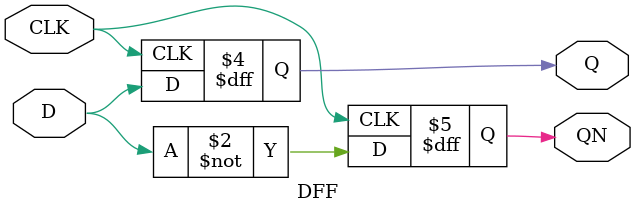
<source format=v>
module DFF(D, CLK, Q, QN);
input D;
input CLK;
output Q, QN;
reg Q, QN;

initial begin
	Q = 0;
	QN = 1;
end

always @(posedge CLK) begin

	Q <= D;
	QN <= ~D;

end
endmodule

</source>
